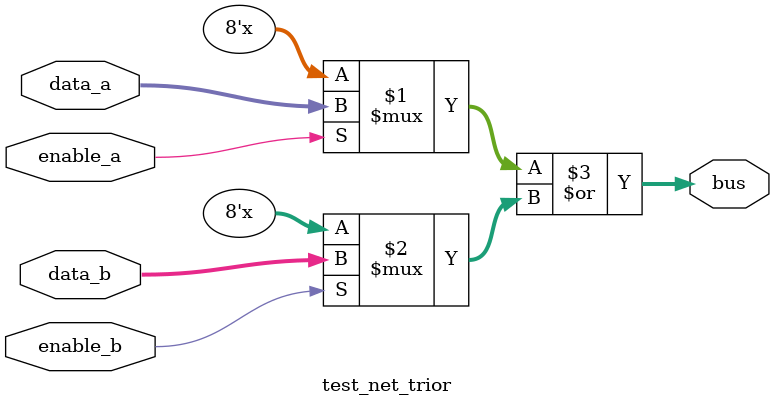
<source format=v>

module test_net_trior(
  input [7:0] data_a,
  input [7:0] data_b,
  input enable_a,
  input enable_b,
  output trior [7:0] bus
);
  assign bus = enable_a ? data_a : 8'bz;
  assign bus = enable_b ? data_b : 8'bz;
  // When both enabled, result is data_a | data_b
  // When one enabled, result is that data
  // When neither enabled, result is z
endmodule

</source>
